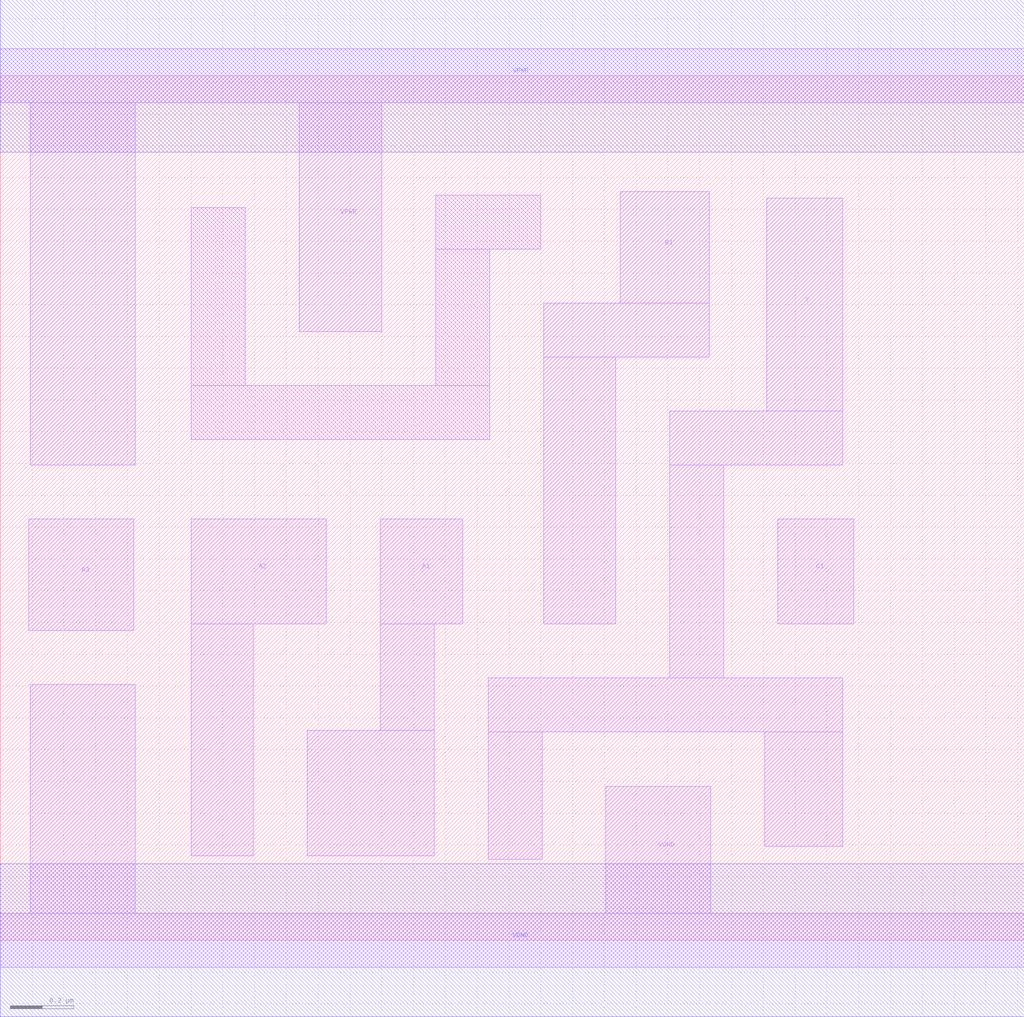
<source format=lef>
# Copyright 2020 The SkyWater PDK Authors
#
# Licensed under the Apache License, Version 2.0 (the "License");
# you may not use this file except in compliance with the License.
# You may obtain a copy of the License at
#
#     https://www.apache.org/licenses/LICENSE-2.0
#
# Unless required by applicable law or agreed to in writing, software
# distributed under the License is distributed on an "AS IS" BASIS,
# WITHOUT WARRANTIES OR CONDITIONS OF ANY KIND, either express or implied.
# See the License for the specific language governing permissions and
# limitations under the License.
#
# SPDX-License-Identifier: Apache-2.0

VERSION 5.5 ;
NAMESCASESENSITIVE ON ;
BUSBITCHARS "[]" ;
DIVIDERCHAR "/" ;
MACRO sky130_fd_sc_hd__a311oi_1
  CLASS CORE ;
  SOURCE USER ;
  ORIGIN  0.000000  0.000000 ;
  SIZE  3.220000 BY  2.720000 ;
  SYMMETRY X Y R90 ;
  SITE unithd ;
  PIN A1
    ANTENNAGATEAREA  0.247500 ;
    DIRECTION INPUT ;
    USE SIGNAL ;
    PORT
      LAYER li1 ;
        RECT 0.965000 0.265000 1.365000 0.660000 ;
        RECT 1.195000 0.660000 1.365000 0.995000 ;
        RECT 1.195000 0.995000 1.455000 1.325000 ;
    END
  END A1
  PIN A2
    ANTENNAGATEAREA  0.247500 ;
    DIRECTION INPUT ;
    USE SIGNAL ;
    PORT
      LAYER li1 ;
        RECT 0.600000 0.265000 0.795000 0.995000 ;
        RECT 0.600000 0.995000 1.025000 1.325000 ;
    END
  END A2
  PIN A3
    ANTENNAGATEAREA  0.247500 ;
    DIRECTION INPUT ;
    USE SIGNAL ;
    PORT
      LAYER li1 ;
        RECT 0.090000 0.975000 0.420000 1.325000 ;
    END
  END A3
  PIN B1
    ANTENNAGATEAREA  0.247500 ;
    DIRECTION INPUT ;
    USE SIGNAL ;
    PORT
      LAYER li1 ;
        RECT 1.710000 0.995000 1.935000 1.835000 ;
        RECT 1.710000 1.835000 2.230000 2.005000 ;
        RECT 1.950000 2.005000 2.230000 2.355000 ;
    END
  END B1
  PIN C1
    ANTENNAGATEAREA  0.247500 ;
    DIRECTION INPUT ;
    USE SIGNAL ;
    PORT
      LAYER li1 ;
        RECT 2.445000 0.995000 2.685000 1.325000 ;
    END
  END C1
  PIN Y
    ANTENNADIFFAREA  0.659750 ;
    DIRECTION OUTPUT ;
    USE SIGNAL ;
    PORT
      LAYER li1 ;
        RECT 1.535000 0.255000 1.705000 0.655000 ;
        RECT 1.535000 0.655000 2.650000 0.825000 ;
        RECT 2.105000 0.825000 2.275000 1.495000 ;
        RECT 2.105000 1.495000 2.650000 1.665000 ;
        RECT 2.405000 0.295000 2.650000 0.655000 ;
        RECT 2.410000 1.665000 2.650000 2.335000 ;
    END
  END Y
  PIN VGND
    DIRECTION INOUT ;
    SHAPE ABUTMENT ;
    USE GROUND ;
    PORT
      LAYER li1 ;
        RECT 0.000000 -0.085000 3.220000 0.085000 ;
        RECT 0.095000  0.085000 0.425000 0.805000 ;
        RECT 1.905000  0.085000 2.235000 0.485000 ;
    END
    PORT
      LAYER met1 ;
        RECT 0.000000 -0.240000 3.220000 0.240000 ;
    END
  END VGND
  PIN VNB
    DIRECTION INOUT ;
    USE GROUND ;
    PORT
    END
  END VNB
  PIN VPB
    DIRECTION INOUT ;
    USE POWER ;
    PORT
    END
  END VPB
  PIN VPWR
    DIRECTION INOUT ;
    SHAPE ABUTMENT ;
    USE POWER ;
    PORT
      LAYER li1 ;
        RECT 0.000000 2.635000 3.220000 2.805000 ;
        RECT 0.095000 1.495000 0.425000 2.635000 ;
        RECT 0.940000 1.915000 1.200000 2.635000 ;
    END
    PORT
      LAYER met1 ;
        RECT 0.000000 2.480000 3.220000 2.960000 ;
    END
  END VPWR
  OBS
    LAYER li1 ;
      RECT 0.600000 1.575000 1.540000 1.745000 ;
      RECT 0.600000 1.745000 0.770000 2.305000 ;
      RECT 1.370000 1.745000 1.540000 2.175000 ;
      RECT 1.370000 2.175000 1.700000 2.345000 ;
  END
END sky130_fd_sc_hd__a311oi_1
END LIBRARY

</source>
